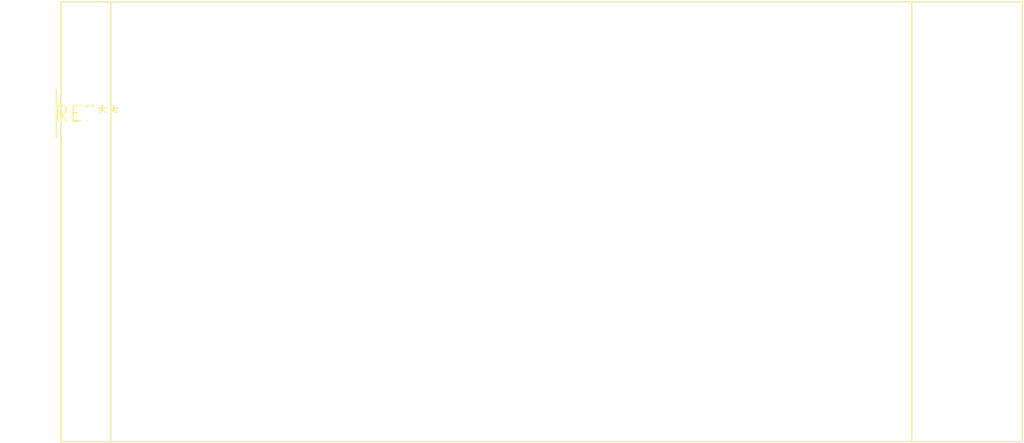
<source format=kicad_pcb>
(kicad_pcb (version 20240108) (generator pcbnew)
  (layers (0 "F.Cu" signal) (31 "B.Cu" signal) (34 "B.Paste" user) (35 "F.Paste" user) (36 "B.SilkS" user "B.Silkscreen") (37 "F.SilkS" user "F.Silkscreen") (38 "B.Mask" user) (39 "F.Mask" user) (44 "Edge.Cuts" user))
  (net 0 "")
  (footprint "NHD-0420H1Z" (layer "F.Cu") (at 0 0)
    (property "Reference" "REF**")
    (property "Value" "NHD-0420H1Z")
    (fp_line (start -2.5 -2) (end -2.5 2) (layer "F.SilkS") (stroke (width 0.12)))
    (fp_line (start -2.12 -9.23) (end 77.12 -9.23) (layer "F.SilkS") (stroke (width 0.12)))
    (fp_line (start -2.12 27.01) (end -2.12 -9.23) (layer "F.SilkS") (stroke (width 0.12)))
    (fp_line (start 2 27.01) (end 2 -9.23) (layer "F.SilkS") (stroke (width 0.12)))
    (fp_line (start 68 -9.23) (end 68 27.01) (layer "F.SilkS") (stroke (width 0.12)))
    (fp_line (start 77.12 -9.23) (end 77.12 27.01) (layer "F.SilkS") (stroke (width 0.12)))
    (fp_line (start 77.12 27.01) (end -2.12 27.01) (layer "F.SilkS") (stroke (width 0.12)))
    (pad "" np_thru_hole circle (at 0 24.89) (size 2 2) (drill 2) (layers *.Cu *.Mask))
    (pad "" np_thru_hole circle (at 75 -7.11) (size 2 2) (drill 2) (layers *.Cu *.Mask))
    (pad "1" thru_hole rect (at 0 0) (size 1.5 1.5) (drill 1) (layers *.Cu *.Mask) (remove_unused_layers))
    (pad "2" thru_hole circle (at 0 2.54) (size 1.5 1.5) (drill 1) (layers *.Cu *.Mask) (remove_unused_layers))
    (pad "3" thru_hole circle (at 0 5.08) (size 1.5 1.5) (drill 1) (layers *.Cu *.Mask) (remove_unused_layers))
    (pad "4" thru_hole circle (at 0 7.62) (size 1.5 1.5) (drill 1) (layers *.Cu *.Mask) (remove_unused_layers))
    (pad "5" thru_hole circle (at 0 10.16) (size 1.5 1.5) (drill 1) (layers *.Cu *.Mask) (remove_unused_layers))
    (pad "6" thru_hole circle (at 0 12.7) (size 1.5 1.5) (drill 1) (layers *.Cu *.Mask) (remove_unused_layers))
    (pad "7" thru_hole circle (at 0 15.24) (size 1.5 1.5) (drill 1) (layers *.Cu *.Mask) (remove_unused_layers))
    (pad "8" thru_hole circle (at 0 17.78) (size 1.5 1.5) (drill 1) (layers *.Cu *.Mask) (remove_unused_layers))
    (pad "9" thru_hole circle (at 75 0) (size 1.5 1.5) (drill 1) (layers *.Cu *.Mask) (remove_unused_layers))
    (pad "10" thru_hole circle (at 75 2.54) (size 1.5 1.5) (drill 1) (layers *.Cu *.Mask) (remove_unused_layers))
    (pad "11" thru_hole circle (at 75 5.08) (size 1.5 1.5) (drill 1) (layers *.Cu *.Mask) (remove_unused_layers))
    (pad "12" thru_hole circle (at 75 7.62) (size 1.5 1.5) (drill 1) (layers *.Cu *.Mask) (remove_unused_layers))
    (pad "13" thru_hole circle (at 75 10.16) (size 1.5 1.5) (drill 1) (layers *.Cu *.Mask) (remove_unused_layers))
    (pad "14" thru_hole circle (at 75 12.7) (size 1.5 1.5) (drill 1) (layers *.Cu *.Mask) (remove_unused_layers))
    (pad "15" thru_hole circle (at 75 15.24) (size 1.5 1.5) (drill 1) (layers *.Cu *.Mask) (remove_unused_layers))
    (pad "16" thru_hole circle (at 75 17.78) (size 1.5 1.5) (drill 1) (layers *.Cu *.Mask) (remove_unused_layers))
  )
)
</source>
